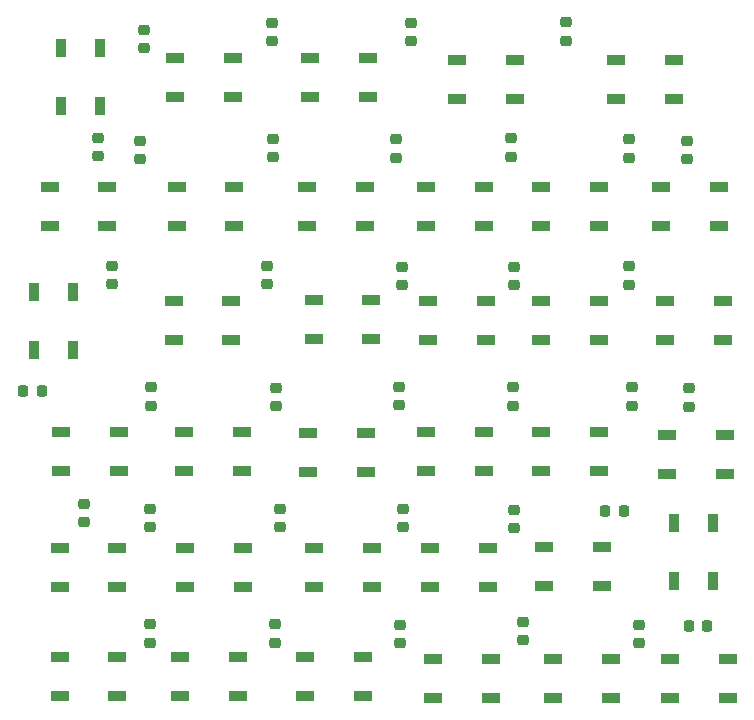
<source format=gtp>
G04 #@! TF.GenerationSoftware,KiCad,Pcbnew,7.0.5*
G04 #@! TF.CreationDate,2023-10-10T09:39:28+02:00*
G04 #@! TF.ProjectId,Lichten-PCB,4c696368-7465-46e2-9d50-43422e6b6963,rev?*
G04 #@! TF.SameCoordinates,Original*
G04 #@! TF.FileFunction,Paste,Top*
G04 #@! TF.FilePolarity,Positive*
%FSLAX46Y46*%
G04 Gerber Fmt 4.6, Leading zero omitted, Abs format (unit mm)*
G04 Created by KiCad (PCBNEW 7.0.5) date 2023-10-10 09:39:28*
%MOMM*%
%LPD*%
G01*
G04 APERTURE LIST*
G04 Aperture macros list*
%AMRoundRect*
0 Rectangle with rounded corners*
0 $1 Rounding radius*
0 $2 $3 $4 $5 $6 $7 $8 $9 X,Y pos of 4 corners*
0 Add a 4 corners polygon primitive as box body*
4,1,4,$2,$3,$4,$5,$6,$7,$8,$9,$2,$3,0*
0 Add four circle primitives for the rounded corners*
1,1,$1+$1,$2,$3*
1,1,$1+$1,$4,$5*
1,1,$1+$1,$6,$7*
1,1,$1+$1,$8,$9*
0 Add four rect primitives between the rounded corners*
20,1,$1+$1,$2,$3,$4,$5,0*
20,1,$1+$1,$4,$5,$6,$7,0*
20,1,$1+$1,$6,$7,$8,$9,0*
20,1,$1+$1,$8,$9,$2,$3,0*%
G04 Aperture macros list end*
%ADD10RoundRect,0.225000X0.250000X-0.225000X0.250000X0.225000X-0.250000X0.225000X-0.250000X-0.225000X0*%
%ADD11R,0.900000X1.500000*%
%ADD12R,1.500000X0.900000*%
%ADD13RoundRect,0.225000X0.225000X0.250000X-0.225000X0.250000X-0.225000X-0.250000X0.225000X-0.250000X0*%
%ADD14RoundRect,0.225000X-0.225000X-0.250000X0.225000X-0.250000X0.225000X0.250000X-0.225000X0.250000X0*%
G04 APERTURE END LIST*
D10*
X140500000Y-97875000D03*
X140500000Y-96325000D03*
D11*
X111700000Y-82700000D03*
X115000000Y-82700000D03*
X115000000Y-77800000D03*
X111700000Y-77800000D03*
D10*
X159750000Y-87100000D03*
X159750000Y-85550000D03*
D11*
X109350000Y-103350000D03*
X112650000Y-103350000D03*
X112650000Y-98450000D03*
X109350000Y-98450000D03*
D12*
X111700000Y-110300000D03*
X111700000Y-113600000D03*
X116600000Y-113600000D03*
X116600000Y-110300000D03*
X111550000Y-129350000D03*
X111550000Y-132650000D03*
X116450000Y-132650000D03*
X116450000Y-129350000D03*
D10*
X119200000Y-118375000D03*
X119200000Y-116825000D03*
D13*
X110025000Y-106850000D03*
X108475000Y-106850000D03*
D12*
X162500000Y-89550000D03*
X162500000Y-92850000D03*
X167400000Y-92850000D03*
X167400000Y-89550000D03*
X162950000Y-110550000D03*
X162950000Y-113850000D03*
X167850000Y-113850000D03*
X167850000Y-110550000D03*
D10*
X116000000Y-97775000D03*
X116000000Y-96225000D03*
D12*
X158650000Y-78850000D03*
X158650000Y-82150000D03*
X163550000Y-82150000D03*
X163550000Y-78850000D03*
X142750000Y-99200000D03*
X142750000Y-102500000D03*
X147650000Y-102500000D03*
X147650000Y-99200000D03*
D10*
X118350000Y-87200000D03*
X118350000Y-85650000D03*
X114800000Y-86975000D03*
X114800000Y-85425000D03*
X150000000Y-118475000D03*
X150000000Y-116925000D03*
D12*
X143200000Y-129500000D03*
X143200000Y-132800000D03*
X148100000Y-132800000D03*
X148100000Y-129500000D03*
X133050000Y-99150000D03*
X133050000Y-102450000D03*
X137950000Y-102450000D03*
X137950000Y-99150000D03*
X121750000Y-129350000D03*
X121750000Y-132650000D03*
X126650000Y-132650000D03*
X126650000Y-129350000D03*
X162800000Y-99200000D03*
X162800000Y-102500000D03*
X167700000Y-102500000D03*
X167700000Y-99200000D03*
D10*
X149750000Y-87000000D03*
X149750000Y-85450000D03*
X160600000Y-128200000D03*
X160600000Y-126650000D03*
D12*
X122100000Y-110300000D03*
X122100000Y-113600000D03*
X127000000Y-113600000D03*
X127000000Y-110300000D03*
X152300000Y-89550000D03*
X152300000Y-92850000D03*
X157200000Y-92850000D03*
X157200000Y-89550000D03*
D11*
X163600000Y-122900000D03*
X166900000Y-122900000D03*
X166900000Y-118000000D03*
X163600000Y-118000000D03*
D10*
X130200000Y-118350000D03*
X130200000Y-116800000D03*
X140300000Y-108050000D03*
X140300000Y-106500000D03*
X129100000Y-97800000D03*
X129100000Y-96250000D03*
X140600000Y-118375000D03*
X140600000Y-116825000D03*
D12*
X121450000Y-89550000D03*
X121450000Y-92850000D03*
X126350000Y-92850000D03*
X126350000Y-89550000D03*
X122150000Y-120150000D03*
X122150000Y-123450000D03*
X127050000Y-123450000D03*
X127050000Y-120150000D03*
D10*
X164800000Y-108175000D03*
X164800000Y-106625000D03*
X150000000Y-97875000D03*
X150000000Y-96325000D03*
D12*
X142600000Y-89600000D03*
X142600000Y-92900000D03*
X147500000Y-92900000D03*
X147500000Y-89600000D03*
D10*
X118675000Y-77800000D03*
X118675000Y-76250000D03*
D12*
X110700000Y-89550000D03*
X110700000Y-92850000D03*
X115600000Y-92850000D03*
X115600000Y-89550000D03*
D10*
X154400000Y-77175000D03*
X154400000Y-75625000D03*
X129900000Y-108150000D03*
X129900000Y-106600000D03*
D12*
X132750000Y-78650000D03*
X132750000Y-81950000D03*
X137650000Y-81950000D03*
X137650000Y-78650000D03*
D10*
X129650000Y-87050000D03*
X129650000Y-85500000D03*
D12*
X153350000Y-129500000D03*
X153350000Y-132800000D03*
X158250000Y-132800000D03*
X158250000Y-129500000D03*
D10*
X129550000Y-77200000D03*
X129550000Y-75650000D03*
X140400000Y-128175000D03*
X140400000Y-126625000D03*
D12*
X133100000Y-120100000D03*
X133100000Y-123400000D03*
X138000000Y-123400000D03*
X138000000Y-120100000D03*
D10*
X113600000Y-117975000D03*
X113600000Y-116425000D03*
X119200000Y-128150000D03*
X119200000Y-126600000D03*
X141300000Y-77225000D03*
X141300000Y-75675000D03*
D13*
X159300000Y-117000000D03*
X157750000Y-117000000D03*
D14*
X164825000Y-126750000D03*
X166375000Y-126750000D03*
D12*
X152300000Y-110350000D03*
X152300000Y-113650000D03*
X157200000Y-113650000D03*
X157200000Y-110350000D03*
X121200000Y-99200000D03*
X121200000Y-102500000D03*
X126100000Y-102500000D03*
X126100000Y-99200000D03*
X145200000Y-78800000D03*
X145200000Y-82100000D03*
X150100000Y-82100000D03*
X150100000Y-78800000D03*
X152550000Y-120050000D03*
X152550000Y-123350000D03*
X157450000Y-123350000D03*
X157450000Y-120050000D03*
X142550000Y-110350000D03*
X142550000Y-113650000D03*
X147450000Y-113650000D03*
X147450000Y-110350000D03*
X142900000Y-120100000D03*
X142900000Y-123400000D03*
X147800000Y-123400000D03*
X147800000Y-120100000D03*
X152300000Y-99200000D03*
X152300000Y-102500000D03*
X157200000Y-102500000D03*
X157200000Y-99200000D03*
X132600000Y-110400000D03*
X132600000Y-113700000D03*
X137500000Y-113700000D03*
X137500000Y-110400000D03*
D10*
X129800000Y-128150000D03*
X129800000Y-126600000D03*
X160000000Y-108075000D03*
X160000000Y-106525000D03*
D12*
X121350000Y-78650000D03*
X121350000Y-81950000D03*
X126250000Y-81950000D03*
X126250000Y-78650000D03*
X132350000Y-129350000D03*
X132350000Y-132650000D03*
X137250000Y-132650000D03*
X137250000Y-129350000D03*
D10*
X149900000Y-108075000D03*
X149900000Y-106525000D03*
D12*
X132500000Y-89600000D03*
X132500000Y-92900000D03*
X137400000Y-92900000D03*
X137400000Y-89600000D03*
D10*
X150800000Y-127950000D03*
X150800000Y-126400000D03*
X119300000Y-108100000D03*
X119300000Y-106550000D03*
X164700000Y-87225000D03*
X164700000Y-85675000D03*
D12*
X111550000Y-120150000D03*
X111550000Y-123450000D03*
X116450000Y-123450000D03*
X116450000Y-120150000D03*
X163200000Y-129500000D03*
X163200000Y-132800000D03*
X168100000Y-132800000D03*
X168100000Y-129500000D03*
D10*
X159800000Y-97850000D03*
X159800000Y-96300000D03*
X140050000Y-87100000D03*
X140050000Y-85550000D03*
M02*

</source>
